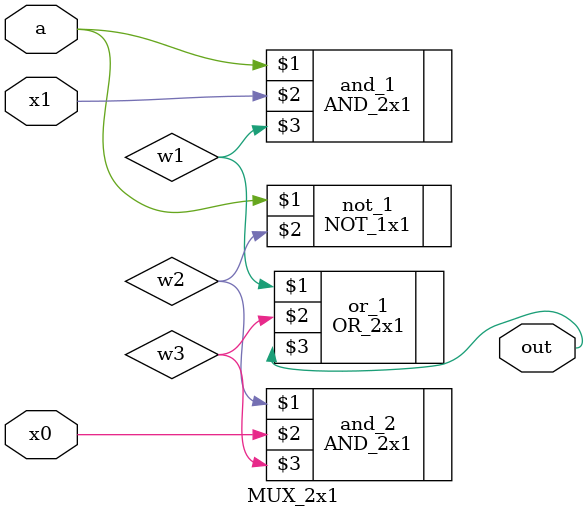
<source format=v>
`timescale 1ns / 1ps
module MUX_2x1(a,x0,x1,out);
input a,x0,x1;
output out;
wire w1,w2,w3;

AND_2x1 and_1(a,x1,w1);
NOT_1x1 not_1(a,w2);
AND_2x1 and_2(w2,x0,w3);
OR_2x1 or_1(w1,w3,out);
endmodule

</source>
